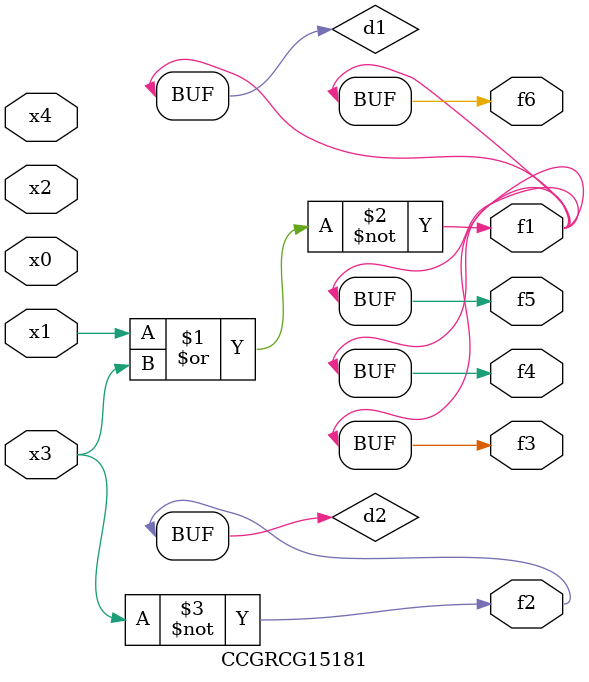
<source format=v>
module CCGRCG15181(
	input x0, x1, x2, x3, x4,
	output f1, f2, f3, f4, f5, f6
);

	wire d1, d2;

	nor (d1, x1, x3);
	not (d2, x3);
	assign f1 = d1;
	assign f2 = d2;
	assign f3 = d1;
	assign f4 = d1;
	assign f5 = d1;
	assign f6 = d1;
endmodule

</source>
